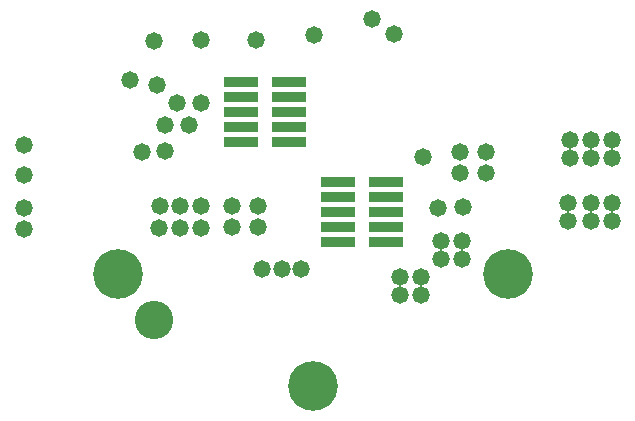
<source format=gts>
G04*
G04 #@! TF.GenerationSoftware,Altium Limited,Altium Designer,18.1.11 (251)*
G04*
G04 Layer_Color=8388736*
%FSLAX25Y25*%
%MOIN*%
G70*
G01*
G75*
%ADD13R,0.11784X0.03713*%
%ADD14C,0.12800*%
%ADD15C,0.05800*%
%ADD16C,0.16548*%
D13*
X-24012Y6406D02*
D03*
X-8012D02*
D03*
X-24012Y11406D02*
D03*
X-8012D02*
D03*
X-24012Y16406D02*
D03*
X-8012D02*
D03*
X-24012Y21406D02*
D03*
X-8012D02*
D03*
X-24012Y26406D02*
D03*
X-8012D02*
D03*
X8312Y-27095D02*
D03*
X24312D02*
D03*
X8312Y-22095D02*
D03*
X24312D02*
D03*
X8312Y-17095D02*
D03*
X24312D02*
D03*
X8312Y-12094D02*
D03*
X24312D02*
D03*
X8312Y-7095D02*
D03*
X24312D02*
D03*
D14*
X-53000Y-53000D02*
D03*
D15*
X19500Y47500D02*
D03*
X36500Y1500D02*
D03*
X57500Y-4000D02*
D03*
X49000D02*
D03*
Y3000D02*
D03*
X26891Y42500D02*
D03*
X157Y42000D02*
D03*
X-19000Y40500D02*
D03*
X-37500D02*
D03*
X-53000Y40000D02*
D03*
X-61000Y27000D02*
D03*
X-52000Y25500D02*
D03*
X99500Y7000D02*
D03*
Y1000D02*
D03*
X85500Y7000D02*
D03*
X92500Y1000D02*
D03*
X85500D02*
D03*
X92500Y7000D02*
D03*
X85000Y-14000D02*
D03*
Y-20000D02*
D03*
X99500Y-14000D02*
D03*
X92500Y-20000D02*
D03*
X99500D02*
D03*
X92500Y-14000D02*
D03*
X49500Y-26500D02*
D03*
X42500Y-32500D02*
D03*
X49500D02*
D03*
X42500Y-26500D02*
D03*
X57500Y3000D02*
D03*
X50000Y-15400D02*
D03*
X41500Y-15492D02*
D03*
X29000Y-38500D02*
D03*
X36000Y-44500D02*
D03*
X29000D02*
D03*
X36000Y-38500D02*
D03*
X-96500Y-22500D02*
D03*
Y-15500D02*
D03*
X-51500Y-22302D02*
D03*
X-51265Y-15000D02*
D03*
X-37500D02*
D03*
Y-22302D02*
D03*
X-27000Y-22092D02*
D03*
X-18500Y-22000D02*
D03*
Y-15000D02*
D03*
X-27000D02*
D03*
X-44500D02*
D03*
Y-22302D02*
D03*
X-96500Y-4500D02*
D03*
Y5500D02*
D03*
X-57000Y3000D02*
D03*
X-49500Y3500D02*
D03*
X-49500Y12000D02*
D03*
X-41500D02*
D03*
X-45500Y19400D02*
D03*
X-37500D02*
D03*
X-4000Y-36000D02*
D03*
X-10500D02*
D03*
X-17000D02*
D03*
D16*
X-64950Y-37500D02*
D03*
X65000D02*
D03*
X0Y-75000D02*
D03*
M02*

</source>
